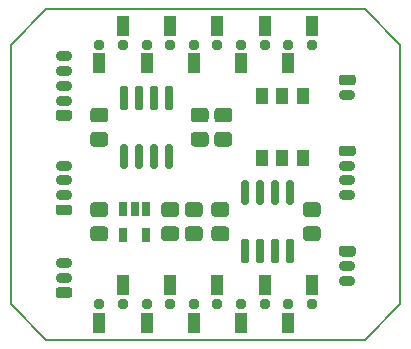
<source format=gbr>
%TF.GenerationSoftware,KiCad,Pcbnew,5.1.6-c6e7f7d~86~ubuntu18.04.1*%
%TF.CreationDate,2020-05-19T13:12:04+02:00*%
%TF.ProjectId,cf-deck-carrier,63662d64-6563-46b2-9d63-617272696572,0.1A*%
%TF.SameCoordinates,Original*%
%TF.FileFunction,Soldermask,Bot*%
%TF.FilePolarity,Negative*%
%FSLAX46Y46*%
G04 Gerber Fmt 4.6, Leading zero omitted, Abs format (unit mm)*
G04 Created by KiCad (PCBNEW 5.1.6-c6e7f7d~86~ubuntu18.04.1) date 2020-05-19 13:12:04*
%MOMM*%
%LPD*%
G01*
G04 APERTURE LIST*
%TA.AperFunction,Profile*%
%ADD10C,0.150000*%
%TD*%
%ADD11O,1.400000X0.900000*%
%ADD12C,0.950000*%
%ADD13R,1.100000X1.700000*%
%ADD14R,1.100000X1.400000*%
%ADD15R,0.750000X1.160000*%
G04 APERTURE END LIST*
D10*
X125501000Y-83000920D02*
X122501000Y-86000920D01*
X152501000Y-83000920D02*
X125501000Y-83000920D01*
X155501000Y-86000920D02*
X152501000Y-83000920D01*
X125501000Y-111000920D02*
X122501000Y-108000920D01*
X152501000Y-111000920D02*
X125501000Y-111000920D01*
X155501000Y-108000920D02*
X152501000Y-111000920D01*
X155501000Y-86000920D02*
X155501000Y-108000920D01*
X122501000Y-108000920D02*
X122501000Y-86000920D01*
%TO.C,J1*%
G36*
G01*
X127476000Y-107450920D02*
X126526000Y-107450920D01*
G75*
G02*
X126301000Y-107225920I0J225000D01*
G01*
X126301000Y-106775920D01*
G75*
G02*
X126526000Y-106550920I225000J0D01*
G01*
X127476000Y-106550920D01*
G75*
G02*
X127701000Y-106775920I0J-225000D01*
G01*
X127701000Y-107225920D01*
G75*
G02*
X127476000Y-107450920I-225000J0D01*
G01*
G37*
D11*
X127001000Y-105750920D03*
X127001000Y-104500920D03*
%TD*%
%TO.C,U2*%
G36*
G01*
X131921000Y-94450920D02*
X132271000Y-94450920D01*
G75*
G02*
X132446000Y-94625920I0J-175000D01*
G01*
X132446000Y-96325920D01*
G75*
G02*
X132271000Y-96500920I-175000J0D01*
G01*
X131921000Y-96500920D01*
G75*
G02*
X131746000Y-96325920I0J175000D01*
G01*
X131746000Y-94625920D01*
G75*
G02*
X131921000Y-94450920I175000J0D01*
G01*
G37*
G36*
G01*
X133191000Y-94450920D02*
X133541000Y-94450920D01*
G75*
G02*
X133716000Y-94625920I0J-175000D01*
G01*
X133716000Y-96325920D01*
G75*
G02*
X133541000Y-96500920I-175000J0D01*
G01*
X133191000Y-96500920D01*
G75*
G02*
X133016000Y-96325920I0J175000D01*
G01*
X133016000Y-94625920D01*
G75*
G02*
X133191000Y-94450920I175000J0D01*
G01*
G37*
G36*
G01*
X134461000Y-94450920D02*
X134811000Y-94450920D01*
G75*
G02*
X134986000Y-94625920I0J-175000D01*
G01*
X134986000Y-96325920D01*
G75*
G02*
X134811000Y-96500920I-175000J0D01*
G01*
X134461000Y-96500920D01*
G75*
G02*
X134286000Y-96325920I0J175000D01*
G01*
X134286000Y-94625920D01*
G75*
G02*
X134461000Y-94450920I175000J0D01*
G01*
G37*
G36*
G01*
X135731000Y-94450920D02*
X136081000Y-94450920D01*
G75*
G02*
X136256000Y-94625920I0J-175000D01*
G01*
X136256000Y-96325920D01*
G75*
G02*
X136081000Y-96500920I-175000J0D01*
G01*
X135731000Y-96500920D01*
G75*
G02*
X135556000Y-96325920I0J175000D01*
G01*
X135556000Y-94625920D01*
G75*
G02*
X135731000Y-94450920I175000J0D01*
G01*
G37*
G36*
G01*
X135731000Y-89500920D02*
X136081000Y-89500920D01*
G75*
G02*
X136256000Y-89675920I0J-175000D01*
G01*
X136256000Y-91375920D01*
G75*
G02*
X136081000Y-91550920I-175000J0D01*
G01*
X135731000Y-91550920D01*
G75*
G02*
X135556000Y-91375920I0J175000D01*
G01*
X135556000Y-89675920D01*
G75*
G02*
X135731000Y-89500920I175000J0D01*
G01*
G37*
G36*
G01*
X134461000Y-89500920D02*
X134811000Y-89500920D01*
G75*
G02*
X134986000Y-89675920I0J-175000D01*
G01*
X134986000Y-91375920D01*
G75*
G02*
X134811000Y-91550920I-175000J0D01*
G01*
X134461000Y-91550920D01*
G75*
G02*
X134286000Y-91375920I0J175000D01*
G01*
X134286000Y-89675920D01*
G75*
G02*
X134461000Y-89500920I175000J0D01*
G01*
G37*
G36*
G01*
X133191000Y-89500920D02*
X133541000Y-89500920D01*
G75*
G02*
X133716000Y-89675920I0J-175000D01*
G01*
X133716000Y-91375920D01*
G75*
G02*
X133541000Y-91550920I-175000J0D01*
G01*
X133191000Y-91550920D01*
G75*
G02*
X133016000Y-91375920I0J175000D01*
G01*
X133016000Y-89675920D01*
G75*
G02*
X133191000Y-89500920I175000J0D01*
G01*
G37*
G36*
G01*
X131921000Y-89500920D02*
X132271000Y-89500920D01*
G75*
G02*
X132446000Y-89675920I0J-175000D01*
G01*
X132446000Y-91375920D01*
G75*
G02*
X132271000Y-91550920I-175000J0D01*
G01*
X131921000Y-91550920D01*
G75*
G02*
X131746000Y-91375920I0J175000D01*
G01*
X131746000Y-89675920D01*
G75*
G02*
X131921000Y-89500920I175000J0D01*
G01*
G37*
%TD*%
D12*
%TO.C,P1*%
X130001000Y-86000920D03*
X132001000Y-86000920D03*
X134001000Y-86000920D03*
X136001000Y-86000920D03*
X138001000Y-86000920D03*
X140001000Y-86000920D03*
X142001000Y-86000920D03*
X144001000Y-86000920D03*
X146001000Y-86000920D03*
X148001000Y-86000920D03*
D13*
X130001000Y-87600920D03*
X132001000Y-84400920D03*
X134001000Y-87600920D03*
X136001000Y-84400920D03*
X138001000Y-87600920D03*
X140001000Y-84400920D03*
X142001000Y-87600920D03*
X144001000Y-84400920D03*
X146001000Y-87600920D03*
X148001000Y-84400920D03*
%TD*%
D12*
%TO.C,P2*%
X130001000Y-108000920D03*
X132001000Y-108000920D03*
X134001000Y-108000920D03*
X136001000Y-108000920D03*
X138001000Y-108000920D03*
X140001000Y-108000920D03*
X142001000Y-108000920D03*
X144001000Y-108000920D03*
X146001000Y-108000920D03*
X148001000Y-108000920D03*
D13*
X130001000Y-109600920D03*
X132001000Y-106400920D03*
X134001000Y-109600920D03*
X136001000Y-106400920D03*
X138001000Y-109600920D03*
X140001000Y-106400920D03*
X142001000Y-109600920D03*
X144001000Y-106400920D03*
X146001000Y-109600920D03*
X148001000Y-106400920D03*
%TD*%
D14*
%TO.C,SW1*%
X147251000Y-95650920D03*
X145501000Y-95650920D03*
X143751000Y-95650920D03*
X147251000Y-90350920D03*
X145501000Y-90350920D03*
X143751000Y-90350920D03*
%TD*%
%TO.C,J5*%
G36*
G01*
X127476000Y-92450920D02*
X126526000Y-92450920D01*
G75*
G02*
X126301000Y-92225920I0J225000D01*
G01*
X126301000Y-91775920D01*
G75*
G02*
X126526000Y-91550920I225000J0D01*
G01*
X127476000Y-91550920D01*
G75*
G02*
X127701000Y-91775920I0J-225000D01*
G01*
X127701000Y-92225920D01*
G75*
G02*
X127476000Y-92450920I-225000J0D01*
G01*
G37*
D11*
X127001000Y-90750920D03*
X127001000Y-89500920D03*
X127001000Y-88250920D03*
X127001000Y-87000920D03*
%TD*%
%TO.C,J4*%
G36*
G01*
X150526000Y-88550920D02*
X151476000Y-88550920D01*
G75*
G02*
X151701000Y-88775920I0J-225000D01*
G01*
X151701000Y-89225920D01*
G75*
G02*
X151476000Y-89450920I-225000J0D01*
G01*
X150526000Y-89450920D01*
G75*
G02*
X150301000Y-89225920I0J225000D01*
G01*
X150301000Y-88775920D01*
G75*
G02*
X150526000Y-88550920I225000J0D01*
G01*
G37*
X151001000Y-90250920D03*
%TD*%
%TO.C,J2*%
G36*
G01*
X150526000Y-94550920D02*
X151476000Y-94550920D01*
G75*
G02*
X151701000Y-94775920I0J-225000D01*
G01*
X151701000Y-95225920D01*
G75*
G02*
X151476000Y-95450920I-225000J0D01*
G01*
X150526000Y-95450920D01*
G75*
G02*
X150301000Y-95225920I0J225000D01*
G01*
X150301000Y-94775920D01*
G75*
G02*
X150526000Y-94550920I225000J0D01*
G01*
G37*
X151001000Y-96250920D03*
X151001000Y-97500920D03*
X151001000Y-98750920D03*
%TD*%
%TO.C,J6*%
G36*
G01*
X127476000Y-100450920D02*
X126526000Y-100450920D01*
G75*
G02*
X126301000Y-100225920I0J225000D01*
G01*
X126301000Y-99775920D01*
G75*
G02*
X126526000Y-99550920I225000J0D01*
G01*
X127476000Y-99550920D01*
G75*
G02*
X127701000Y-99775920I0J-225000D01*
G01*
X127701000Y-100225920D01*
G75*
G02*
X127476000Y-100450920I-225000J0D01*
G01*
G37*
X127001000Y-98750920D03*
X127001000Y-97500920D03*
X127001000Y-96250920D03*
%TD*%
%TO.C,J3*%
G36*
G01*
X150526000Y-103050920D02*
X151476000Y-103050920D01*
G75*
G02*
X151701000Y-103275920I0J-225000D01*
G01*
X151701000Y-103725920D01*
G75*
G02*
X151476000Y-103950920I-225000J0D01*
G01*
X150526000Y-103950920D01*
G75*
G02*
X150301000Y-103725920I0J225000D01*
G01*
X150301000Y-103275920D01*
G75*
G02*
X150526000Y-103050920I225000J0D01*
G01*
G37*
X151001000Y-104750920D03*
X151001000Y-106000920D03*
%TD*%
%TO.C,U3*%
G36*
G01*
X142171000Y-102450920D02*
X142521000Y-102450920D01*
G75*
G02*
X142696000Y-102625920I0J-175000D01*
G01*
X142696000Y-104325920D01*
G75*
G02*
X142521000Y-104500920I-175000J0D01*
G01*
X142171000Y-104500920D01*
G75*
G02*
X141996000Y-104325920I0J175000D01*
G01*
X141996000Y-102625920D01*
G75*
G02*
X142171000Y-102450920I175000J0D01*
G01*
G37*
G36*
G01*
X143441000Y-102450920D02*
X143791000Y-102450920D01*
G75*
G02*
X143966000Y-102625920I0J-175000D01*
G01*
X143966000Y-104325920D01*
G75*
G02*
X143791000Y-104500920I-175000J0D01*
G01*
X143441000Y-104500920D01*
G75*
G02*
X143266000Y-104325920I0J175000D01*
G01*
X143266000Y-102625920D01*
G75*
G02*
X143441000Y-102450920I175000J0D01*
G01*
G37*
G36*
G01*
X144711000Y-102450920D02*
X145061000Y-102450920D01*
G75*
G02*
X145236000Y-102625920I0J-175000D01*
G01*
X145236000Y-104325920D01*
G75*
G02*
X145061000Y-104500920I-175000J0D01*
G01*
X144711000Y-104500920D01*
G75*
G02*
X144536000Y-104325920I0J175000D01*
G01*
X144536000Y-102625920D01*
G75*
G02*
X144711000Y-102450920I175000J0D01*
G01*
G37*
G36*
G01*
X145981000Y-102450920D02*
X146331000Y-102450920D01*
G75*
G02*
X146506000Y-102625920I0J-175000D01*
G01*
X146506000Y-104325920D01*
G75*
G02*
X146331000Y-104500920I-175000J0D01*
G01*
X145981000Y-104500920D01*
G75*
G02*
X145806000Y-104325920I0J175000D01*
G01*
X145806000Y-102625920D01*
G75*
G02*
X145981000Y-102450920I175000J0D01*
G01*
G37*
G36*
G01*
X145981000Y-97500920D02*
X146331000Y-97500920D01*
G75*
G02*
X146506000Y-97675920I0J-175000D01*
G01*
X146506000Y-99375920D01*
G75*
G02*
X146331000Y-99550920I-175000J0D01*
G01*
X145981000Y-99550920D01*
G75*
G02*
X145806000Y-99375920I0J175000D01*
G01*
X145806000Y-97675920D01*
G75*
G02*
X145981000Y-97500920I175000J0D01*
G01*
G37*
G36*
G01*
X144711000Y-97500920D02*
X145061000Y-97500920D01*
G75*
G02*
X145236000Y-97675920I0J-175000D01*
G01*
X145236000Y-99375920D01*
G75*
G02*
X145061000Y-99550920I-175000J0D01*
G01*
X144711000Y-99550920D01*
G75*
G02*
X144536000Y-99375920I0J175000D01*
G01*
X144536000Y-97675920D01*
G75*
G02*
X144711000Y-97500920I175000J0D01*
G01*
G37*
G36*
G01*
X143441000Y-97500920D02*
X143791000Y-97500920D01*
G75*
G02*
X143966000Y-97675920I0J-175000D01*
G01*
X143966000Y-99375920D01*
G75*
G02*
X143791000Y-99550920I-175000J0D01*
G01*
X143441000Y-99550920D01*
G75*
G02*
X143266000Y-99375920I0J175000D01*
G01*
X143266000Y-97675920D01*
G75*
G02*
X143441000Y-97500920I175000J0D01*
G01*
G37*
G36*
G01*
X142171000Y-97500920D02*
X142521000Y-97500920D01*
G75*
G02*
X142696000Y-97675920I0J-175000D01*
G01*
X142696000Y-99375920D01*
G75*
G02*
X142521000Y-99550920I-175000J0D01*
G01*
X142171000Y-99550920D01*
G75*
G02*
X141996000Y-99375920I0J175000D01*
G01*
X141996000Y-97675920D01*
G75*
G02*
X142171000Y-97500920I175000J0D01*
G01*
G37*
%TD*%
D15*
%TO.C,U1*%
X132051000Y-102100920D03*
X133951000Y-102100920D03*
X133951000Y-99900920D03*
X133001000Y-99900920D03*
X132051000Y-99900920D03*
%TD*%
%TO.C,R3*%
G36*
G01*
X140729262Y-100600920D02*
X139772738Y-100600920D01*
G75*
G02*
X139501000Y-100329182I0J271738D01*
G01*
X139501000Y-99622658D01*
G75*
G02*
X139772738Y-99350920I271738J0D01*
G01*
X140729262Y-99350920D01*
G75*
G02*
X141001000Y-99622658I0J-271738D01*
G01*
X141001000Y-100329182D01*
G75*
G02*
X140729262Y-100600920I-271738J0D01*
G01*
G37*
G36*
G01*
X140729262Y-102650920D02*
X139772738Y-102650920D01*
G75*
G02*
X139501000Y-102379182I0J271738D01*
G01*
X139501000Y-101672658D01*
G75*
G02*
X139772738Y-101400920I271738J0D01*
G01*
X140729262Y-101400920D01*
G75*
G02*
X141001000Y-101672658I0J-271738D01*
G01*
X141001000Y-102379182D01*
G75*
G02*
X140729262Y-102650920I-271738J0D01*
G01*
G37*
%TD*%
%TO.C,R2*%
G36*
G01*
X138979262Y-92600920D02*
X138022738Y-92600920D01*
G75*
G02*
X137751000Y-92329182I0J271738D01*
G01*
X137751000Y-91622658D01*
G75*
G02*
X138022738Y-91350920I271738J0D01*
G01*
X138979262Y-91350920D01*
G75*
G02*
X139251000Y-91622658I0J-271738D01*
G01*
X139251000Y-92329182D01*
G75*
G02*
X138979262Y-92600920I-271738J0D01*
G01*
G37*
G36*
G01*
X138979262Y-94650920D02*
X138022738Y-94650920D01*
G75*
G02*
X137751000Y-94379182I0J271738D01*
G01*
X137751000Y-93672658D01*
G75*
G02*
X138022738Y-93400920I271738J0D01*
G01*
X138979262Y-93400920D01*
G75*
G02*
X139251000Y-93672658I0J-271738D01*
G01*
X139251000Y-94379182D01*
G75*
G02*
X138979262Y-94650920I-271738J0D01*
G01*
G37*
%TD*%
%TO.C,R1*%
G36*
G01*
X140979262Y-92600920D02*
X140022738Y-92600920D01*
G75*
G02*
X139751000Y-92329182I0J271738D01*
G01*
X139751000Y-91622658D01*
G75*
G02*
X140022738Y-91350920I271738J0D01*
G01*
X140979262Y-91350920D01*
G75*
G02*
X141251000Y-91622658I0J-271738D01*
G01*
X141251000Y-92329182D01*
G75*
G02*
X140979262Y-92600920I-271738J0D01*
G01*
G37*
G36*
G01*
X140979262Y-94650920D02*
X140022738Y-94650920D01*
G75*
G02*
X139751000Y-94379182I0J271738D01*
G01*
X139751000Y-93672658D01*
G75*
G02*
X140022738Y-93400920I271738J0D01*
G01*
X140979262Y-93400920D01*
G75*
G02*
X141251000Y-93672658I0J-271738D01*
G01*
X141251000Y-94379182D01*
G75*
G02*
X140979262Y-94650920I-271738J0D01*
G01*
G37*
%TD*%
%TO.C,C5*%
G36*
G01*
X148479262Y-100600920D02*
X147522738Y-100600920D01*
G75*
G02*
X147251000Y-100329182I0J271738D01*
G01*
X147251000Y-99622658D01*
G75*
G02*
X147522738Y-99350920I271738J0D01*
G01*
X148479262Y-99350920D01*
G75*
G02*
X148751000Y-99622658I0J-271738D01*
G01*
X148751000Y-100329182D01*
G75*
G02*
X148479262Y-100600920I-271738J0D01*
G01*
G37*
G36*
G01*
X148479262Y-102650920D02*
X147522738Y-102650920D01*
G75*
G02*
X147251000Y-102379182I0J271738D01*
G01*
X147251000Y-101672658D01*
G75*
G02*
X147522738Y-101400920I271738J0D01*
G01*
X148479262Y-101400920D01*
G75*
G02*
X148751000Y-101672658I0J-271738D01*
G01*
X148751000Y-102379182D01*
G75*
G02*
X148479262Y-102650920I-271738J0D01*
G01*
G37*
%TD*%
%TO.C,C4*%
G36*
G01*
X130479262Y-92600920D02*
X129522738Y-92600920D01*
G75*
G02*
X129251000Y-92329182I0J271738D01*
G01*
X129251000Y-91622658D01*
G75*
G02*
X129522738Y-91350920I271738J0D01*
G01*
X130479262Y-91350920D01*
G75*
G02*
X130751000Y-91622658I0J-271738D01*
G01*
X130751000Y-92329182D01*
G75*
G02*
X130479262Y-92600920I-271738J0D01*
G01*
G37*
G36*
G01*
X130479262Y-94650920D02*
X129522738Y-94650920D01*
G75*
G02*
X129251000Y-94379182I0J271738D01*
G01*
X129251000Y-93672658D01*
G75*
G02*
X129522738Y-93400920I271738J0D01*
G01*
X130479262Y-93400920D01*
G75*
G02*
X130751000Y-93672658I0J-271738D01*
G01*
X130751000Y-94379182D01*
G75*
G02*
X130479262Y-94650920I-271738J0D01*
G01*
G37*
%TD*%
%TO.C,C3*%
G36*
G01*
X130479262Y-100600920D02*
X129522738Y-100600920D01*
G75*
G02*
X129251000Y-100329182I0J271738D01*
G01*
X129251000Y-99622658D01*
G75*
G02*
X129522738Y-99350920I271738J0D01*
G01*
X130479262Y-99350920D01*
G75*
G02*
X130751000Y-99622658I0J-271738D01*
G01*
X130751000Y-100329182D01*
G75*
G02*
X130479262Y-100600920I-271738J0D01*
G01*
G37*
G36*
G01*
X130479262Y-102650920D02*
X129522738Y-102650920D01*
G75*
G02*
X129251000Y-102379182I0J271738D01*
G01*
X129251000Y-101672658D01*
G75*
G02*
X129522738Y-101400920I271738J0D01*
G01*
X130479262Y-101400920D01*
G75*
G02*
X130751000Y-101672658I0J-271738D01*
G01*
X130751000Y-102379182D01*
G75*
G02*
X130479262Y-102650920I-271738J0D01*
G01*
G37*
%TD*%
%TO.C,C2*%
G36*
G01*
X136479262Y-100600920D02*
X135522738Y-100600920D01*
G75*
G02*
X135251000Y-100329182I0J271738D01*
G01*
X135251000Y-99622658D01*
G75*
G02*
X135522738Y-99350920I271738J0D01*
G01*
X136479262Y-99350920D01*
G75*
G02*
X136751000Y-99622658I0J-271738D01*
G01*
X136751000Y-100329182D01*
G75*
G02*
X136479262Y-100600920I-271738J0D01*
G01*
G37*
G36*
G01*
X136479262Y-102650920D02*
X135522738Y-102650920D01*
G75*
G02*
X135251000Y-102379182I0J271738D01*
G01*
X135251000Y-101672658D01*
G75*
G02*
X135522738Y-101400920I271738J0D01*
G01*
X136479262Y-101400920D01*
G75*
G02*
X136751000Y-101672658I0J-271738D01*
G01*
X136751000Y-102379182D01*
G75*
G02*
X136479262Y-102650920I-271738J0D01*
G01*
G37*
%TD*%
%TO.C,C1*%
G36*
G01*
X138479262Y-100600920D02*
X137522738Y-100600920D01*
G75*
G02*
X137251000Y-100329182I0J271738D01*
G01*
X137251000Y-99622658D01*
G75*
G02*
X137522738Y-99350920I271738J0D01*
G01*
X138479262Y-99350920D01*
G75*
G02*
X138751000Y-99622658I0J-271738D01*
G01*
X138751000Y-100329182D01*
G75*
G02*
X138479262Y-100600920I-271738J0D01*
G01*
G37*
G36*
G01*
X138479262Y-102650920D02*
X137522738Y-102650920D01*
G75*
G02*
X137251000Y-102379182I0J271738D01*
G01*
X137251000Y-101672658D01*
G75*
G02*
X137522738Y-101400920I271738J0D01*
G01*
X138479262Y-101400920D01*
G75*
G02*
X138751000Y-101672658I0J-271738D01*
G01*
X138751000Y-102379182D01*
G75*
G02*
X138479262Y-102650920I-271738J0D01*
G01*
G37*
%TD*%
M02*

</source>
